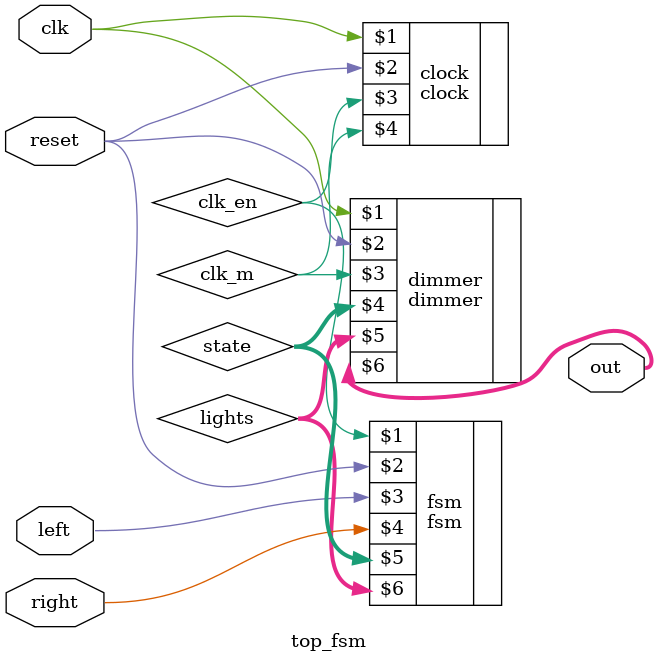
<source format=v>
`timescale 1ns / 1ps


module top_fsm(input clk, input reset, input left, input right, output [5:0] out);
    wire clk_en;
    wire clk_m;
    wire [2:0] state;
    wire [5:0] lights;
    clock clock (clk, reset, clk_en, clk_m);
    fsm fsm (clk_en, reset, left, right, state, lights);
    dimmer dimmer (clk, reset, clk_m, state, lights, out);
endmodule

</source>
